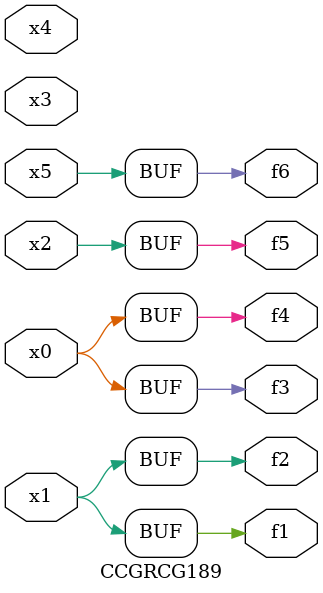
<source format=v>
module CCGRCG189(
	input x0, x1, x2, x3, x4, x5,
	output f1, f2, f3, f4, f5, f6
);
	assign f1 = x1;
	assign f2 = x1;
	assign f3 = x0;
	assign f4 = x0;
	assign f5 = x2;
	assign f6 = x5;
endmodule

</source>
